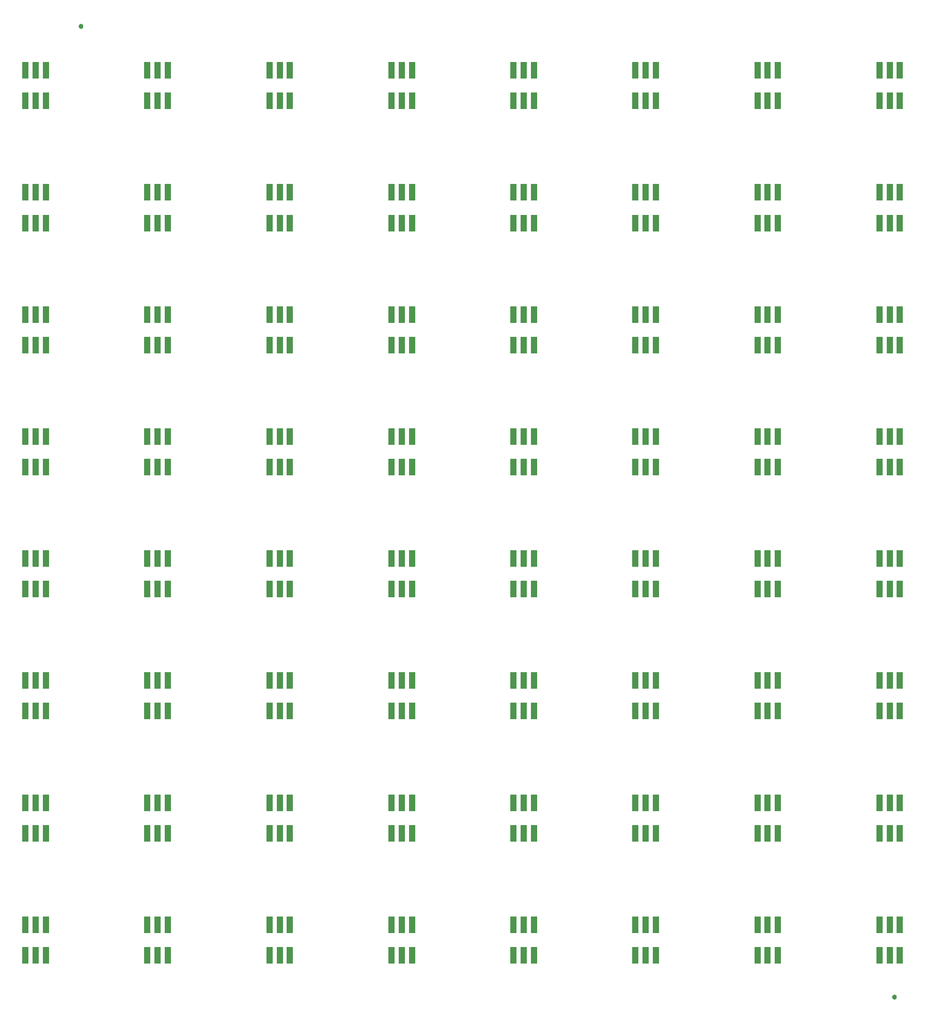
<source format=gbr>
G04 DipTrace 3.2.0.1*
G04 TopPaste.gbr*
%MOIN*%
G04 #@! TF.FileFunction,Paste,Top*
G04 #@! TF.Part,Single*
%ADD102R,0.044X0.11011*%
%ADD104C,0.03137*%
%FSLAX26Y26*%
G04*
G70*
G90*
G75*
G01*
G04 TopPaste*
%LPD*%
D104*
X6531500Y619000D3*
X1281500Y6881500D3*
D102*
X6433882Y1086614D3*
X6499906D3*
X6565929D3*
X6433882Y889575D3*
X6499906D3*
X6565929D3*
X5646480Y1086614D3*
X5712504D3*
X5778528D3*
X5646480Y889575D3*
X5712504D3*
X5778528D3*
X4859079Y1086614D3*
X4925102D3*
X4991126D3*
X4859079Y889575D3*
X4925102D3*
X4991126D3*
X4071677Y1086614D3*
X4137701D3*
X4203724D3*
X4071677Y889575D3*
X4137701D3*
X4203724D3*
X3284276Y1086614D3*
X3350299D3*
X3416323D3*
X3284276Y889575D3*
X3350299D3*
X3416323D3*
X2496874Y1086614D3*
X2562898D3*
X2628921D3*
X2496874Y889575D3*
X2562898D3*
X2628921D3*
X1709472Y1086614D3*
X1775496D3*
X1841520D3*
X1709472Y889575D3*
X1775496D3*
X1841520D3*
X922071Y1086614D3*
X988094D3*
X1054118D3*
X922071Y889575D3*
X988094D3*
X1054118D3*
X6433882Y1874016D3*
X6499906D3*
X6565929D3*
X6433882Y1676976D3*
X6499906D3*
X6565929D3*
X5646480Y1874016D3*
X5712504D3*
X5778528D3*
X5646480Y1676976D3*
X5712504D3*
X5778528D3*
X4859079Y1874016D3*
X4925102D3*
X4991126D3*
X4859079Y1676976D3*
X4925102D3*
X4991126D3*
X4071677Y1874016D3*
X4137701D3*
X4203724D3*
X4071677Y1676976D3*
X4137701D3*
X4203724D3*
X3284276Y1874016D3*
X3350299D3*
X3416323D3*
X3284276Y1676976D3*
X3350299D3*
X3416323D3*
X2496874Y1874016D3*
X2562898D3*
X2628921D3*
X2496874Y1676976D3*
X2562898D3*
X2628921D3*
X1709472Y1874016D3*
X1775496D3*
X1841520D3*
X1709472Y1676976D3*
X1775496D3*
X1841520D3*
X922071Y1874016D3*
X988094D3*
X1054118D3*
X922071Y1676976D3*
X988094D3*
X1054118D3*
X6433882Y2661417D3*
X6499906D3*
X6565929D3*
X6433882Y2464378D3*
X6499906D3*
X6565929D3*
X5646480Y2661417D3*
X5712504D3*
X5778528D3*
X5646480Y2464378D3*
X5712504D3*
X5778528D3*
X4859079Y2661417D3*
X4925102D3*
X4991126D3*
X4859079Y2464378D3*
X4925102D3*
X4991126D3*
X4071677Y2661417D3*
X4137701D3*
X4203724D3*
X4071677Y2464378D3*
X4137701D3*
X4203724D3*
X3284276Y2661417D3*
X3350299D3*
X3416323D3*
X3284276Y2464378D3*
X3350299D3*
X3416323D3*
X2496874Y2661417D3*
X2562898D3*
X2628921D3*
X2496874Y2464378D3*
X2562898D3*
X2628921D3*
X1709472Y2661417D3*
X1775496D3*
X1841520D3*
X1709472Y2464378D3*
X1775496D3*
X1841520D3*
X922071Y2661417D3*
X988094D3*
X1054118D3*
X922071Y2464378D3*
X988094D3*
X1054118D3*
X6433882Y3448819D3*
X6499906D3*
X6565929D3*
X6433882Y3251780D3*
X6499906D3*
X6565929D3*
X5646480Y3448819D3*
X5712504D3*
X5778528D3*
X5646480Y3251780D3*
X5712504D3*
X5778528D3*
X4859079Y3448819D3*
X4925102D3*
X4991126D3*
X4859079Y3251780D3*
X4925102D3*
X4991126D3*
X4071677Y3448819D3*
X4137701D3*
X4203724D3*
X4071677Y3251780D3*
X4137701D3*
X4203724D3*
X3284276Y3448819D3*
X3350299D3*
X3416323D3*
X3284276Y3251780D3*
X3350299D3*
X3416323D3*
X2496874Y3448819D3*
X2562898D3*
X2628921D3*
X2496874Y3251780D3*
X2562898D3*
X2628921D3*
X1709472Y3448819D3*
X1775496D3*
X1841520D3*
X1709472Y3251780D3*
X1775496D3*
X1841520D3*
X922071Y3448819D3*
X988094D3*
X1054118D3*
X922071Y3251780D3*
X988094D3*
X1054118D3*
X6433882Y4236220D3*
X6499906D3*
X6565929D3*
X6433882Y4039181D3*
X6499906D3*
X6565929D3*
X5646480Y4236220D3*
X5712504D3*
X5778528D3*
X5646480Y4039181D3*
X5712504D3*
X5778528D3*
X4859079Y4236220D3*
X4925102D3*
X4991126D3*
X4859079Y4039181D3*
X4925102D3*
X4991126D3*
X4071677Y4236220D3*
X4137701D3*
X4203724D3*
X4071677Y4039181D3*
X4137701D3*
X4203724D3*
X3284276Y4236220D3*
X3350299D3*
X3416323D3*
X3284276Y4039181D3*
X3350299D3*
X3416323D3*
X2496874Y4236220D3*
X2562898D3*
X2628921D3*
X2496874Y4039181D3*
X2562898D3*
X2628921D3*
X1709472Y4236220D3*
X1775496D3*
X1841520D3*
X1709472Y4039181D3*
X1775496D3*
X1841520D3*
X922071Y4236220D3*
X988094D3*
X1054118D3*
X922071Y4039181D3*
X988094D3*
X1054118D3*
X6433882Y5023622D3*
X6499906D3*
X6565929D3*
X6433882Y4826583D3*
X6499906D3*
X6565929D3*
X5646480Y5023622D3*
X5712504D3*
X5778528D3*
X5646480Y4826583D3*
X5712504D3*
X5778528D3*
X4859079Y5023622D3*
X4925102D3*
X4991126D3*
X4859079Y4826583D3*
X4925102D3*
X4991126D3*
X4071677Y5023622D3*
X4137701D3*
X4203724D3*
X4071677Y4826583D3*
X4137701D3*
X4203724D3*
X3284276Y5023622D3*
X3350299D3*
X3416323D3*
X3284276Y4826583D3*
X3350299D3*
X3416323D3*
X2496874Y5023622D3*
X2562898D3*
X2628921D3*
X2496874Y4826583D3*
X2562898D3*
X2628921D3*
X1709472Y5023622D3*
X1775496D3*
X1841520D3*
X1709472Y4826583D3*
X1775496D3*
X1841520D3*
X922071Y5023622D3*
X988094D3*
X1054118D3*
X922071Y4826583D3*
X988094D3*
X1054118D3*
X6433882Y5811024D3*
X6499906D3*
X6565929D3*
X6433882Y5613984D3*
X6499906D3*
X6565929D3*
X5646480Y5811024D3*
X5712504D3*
X5778528D3*
X5646480Y5613984D3*
X5712504D3*
X5778528D3*
X4859079Y5811024D3*
X4925102D3*
X4991126D3*
X4859079Y5613984D3*
X4925102D3*
X4991126D3*
X4071677Y5811024D3*
X4137701D3*
X4203724D3*
X4071677Y5613984D3*
X4137701D3*
X4203724D3*
X3284276Y5811024D3*
X3350299D3*
X3416323D3*
X3284276Y5613984D3*
X3350299D3*
X3416323D3*
X2496874Y5811024D3*
X2562898D3*
X2628921D3*
X2496874Y5613984D3*
X2562898D3*
X2628921D3*
X1709472Y5811024D3*
X1775496D3*
X1841520D3*
X1709472Y5613984D3*
X1775496D3*
X1841520D3*
X922071Y5811024D3*
X988094D3*
X1054118D3*
X922071Y5613984D3*
X988094D3*
X1054118D3*
X6433882Y6598425D3*
X6499906D3*
X6565929D3*
X6433882Y6401386D3*
X6499906D3*
X6565929D3*
X5646480Y6598425D3*
X5712504D3*
X5778528D3*
X5646480Y6401386D3*
X5712504D3*
X5778528D3*
X4859079Y6598425D3*
X4925102D3*
X4991126D3*
X4859079Y6401386D3*
X4925102D3*
X4991126D3*
X4071677Y6598425D3*
X4137701D3*
X4203724D3*
X4071677Y6401386D3*
X4137701D3*
X4203724D3*
X3284276Y6598425D3*
X3350299D3*
X3416323D3*
X3284276Y6401386D3*
X3350299D3*
X3416323D3*
X2496874Y6598425D3*
X2562898D3*
X2628921D3*
X2496874Y6401386D3*
X2562898D3*
X2628921D3*
X1709472Y6598425D3*
X1775496D3*
X1841520D3*
X1709472Y6401386D3*
X1775496D3*
X1841520D3*
X922071Y6598425D3*
X988094D3*
X1054118D3*
X922071Y6401386D3*
X988094D3*
X1054118D3*
M02*

</source>
